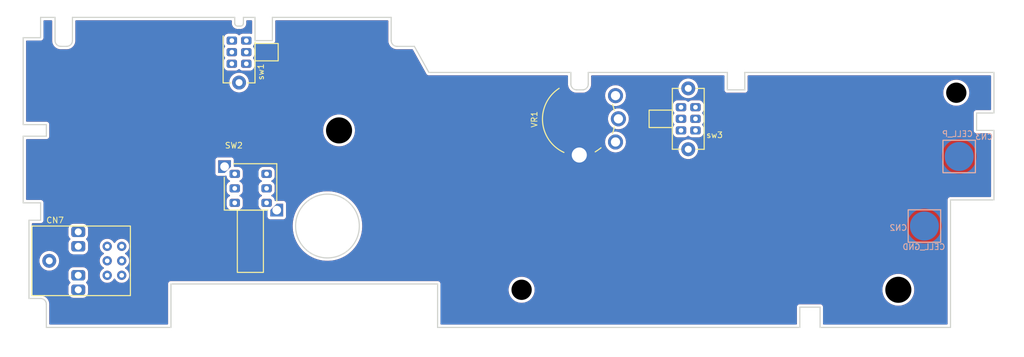
<source format=kicad_pcb>
(kicad_pcb (version 20211014) (generator pcbnew)
  (layers (0 "F.Cu" signal) (31 "B.Cu" signal) (36 "B.SilkS" user "B.Silkscreen") (37 "F.SilkS" user "F.Silkscreen") (38 "B.Mask" user) (39 "F.Mask" user) (44 "Edge.Cuts" user))
  (net 0 "")
  (net 1 "GND")
  (footprint "27MHz_Libraly:icb33h_NPTH_4.5_1" (layer "F.Cu") (at 105.5 76)
    (fp_text reference "REF**" hide)
    (fp_text value "NPTH_4.5_1")
    (pad "" np_thru_hole circle (at 0 0) (size 4.5 4.5) (drill 4.5) (layers *.Mask))
  )
  (footprint "27MHz_Libraly:icb33h_NPTH_4.5_2" (layer "F.Cu") (at 202 103.5)
    (fp_text reference "REF**" hide)
    (fp_text value "NPTH_4.5_2")
    (pad "" np_thru_hole circle (at 0 0) (size 4.5 4.5) (drill 4.5) (layers *.Mask))
  )
  (footprint "27MHz_Libraly:icb33h_vr_rev2" (layer "F.Cu") (at 153.2 70 -90)
    (fp_text reference "VR1" (at 4.1 14 90 unlocked) (layer "F.SilkS"))
    (fp_text value "icb33h_pw_vr")
    (fp_arc (start 9.799999 8.9) (mid 4.516167 12.582585) (end -1.257632 9.728891) (layer "F.SilkS") (width 0.2))
    (fp_arc (start 9 2.5) (mid 9.364733 2.989687) (end 9.7 3.5) (layer "F.SilkS") (width 0.2))
    (fp_arc (start 1.5 0.5) (mid 2.03569 0.340632) (end 2.577318 0.20279) (layer "F.SilkS") (width 0.2))
    (fp_arc (start 5.4 0.2) (mid 5.954223 0.334517) (end 6.5 0.5) (layer "F.SilkS") (width 0.2))
    (pad "1" thru_hole circle (at 0 0 270) (size 2.6 2.6) (drill 1.6) (layers *.Cu *.Mask))
    (pad "2" thru_hole circle (at 4 -0.5 270) (size 2.6 2.6) (drill 1.6) (layers *.Cu *.Mask))
    (pad "3" thru_hole circle (at 8 0 270) (size 2.6 2.6) (drill 1.6) (layers *.Cu *.Mask))
    (pad "5" thru_hole roundrect (at 10.25 6.25 270) (size 3.2 4.4) (drill 2.6) (layers *.Cu *.Mask) (net 1 "GND"))
  )
  (footprint "27MHz_Libraly:icb33h_sw_2" (layer "F.Cu") (at 87 62.5 90)
    (fp_text reference "sw1" (at -3.4 5 90 unlocked) (layer "F.SilkS"))
    (fp_text value "icb33h_ch_sw")
    (fp_line (start -5.3 -0.2) (end -5.3 -1.5) (layer "F.SilkS") (width 0.2))
    (fp_line (start 2.8 -1.5) (end -5.3 -1.5) (layer "F.SilkS") (width 0.2))
    (fp_line (start -5.3 2.7) (end -5.3 4) (layer "F.SilkS") (width 0.2))
    (fp_line (start 1.7 4) (end -5.3 4) (layer "F.SilkS") (width 0.2))
    (fp_rect (start -1.5 4) (end 1.5 8) (layer "F.SilkS") (width 0.2) (fill none))
    (pad "1" thru_hole roundrect (at -2 0 90) (size 1.4 1.8) (drill 0.8) (layers *.Cu *.Mask))
    (pad "2" thru_hole roundrect (at 0 0 90) (size 1.4 1.8) (drill 0.8) (layers *.Cu *.Mask))
    (pad "3" thru_hole roundrect (at 2 0 90) (size 1.4 1.8) (drill 0.8) (layers *.Cu *.Mask))
    (pad "4" thru_hole roundrect (at -2 2.5 90) (size 1.4 1.8) (drill 0.8) (layers *.Cu *.Mask))
    (pad "5" thru_hole roundrect (at 0 2.5 90) (size 1.4 1.8) (drill 0.8) (layers *.Cu *.Mask))
    (pad "6" thru_hole roundrect (at 2 2.5 90) (size 1.4 1.8) (drill 0.8) (layers *.Cu *.Mask))
    (pad "7" thru_hole circle (at -5.25 1.25 90) (size 2.4 2.4) (drill 1.2) (layers *.Cu *.Mask))
  )
  (footprint "27MHz_Libraly:icb33h_NPTH_3.5_2" (layer "F.Cu") (at 212 69.5)
    (fp_text reference "REF**" hide)
    (fp_text value "NPTH_3.5_2")
    (pad "" np_thru_hole circle (at 0 0) (size 3.5 3.5) (drill 3.5) (layers *.Mask))
  )
  (footprint "27MHz_Libraly:icb33h_ptt_sw_rev2" (layer "F.Cu") (at 93 88.5)
    (fp_text reference "SW2" (at -5.65 -9.9 unlocked) (layer "F.SilkS"))
    (fp_text value "icb33h_ptt_sw2")
    (fp_line (start 1.753609 -6.75) (end 1.753609 -0.3) (layer "F.SilkS") (width 0.2))
    (fp_line (start -7.3 -4.4) (end -7.3 1.2) (layer "F.SilkS") (width 0.2))
    (fp_line (start -7.3 1.25) (end 0.20462 1.25) (layer "F.SilkS") (width 0.2))
    (fp_line (start -5.7 -6.75) (end 1.753609 -6.75) (layer "F.SilkS") (width 0.2))
    (fp_rect (start -5.05 1.25) (end -0.55 12) (layer "F.SilkS") (width 0.2) (fill none))
    (pad "1" thru_hole roundrect (at -5.5 -5 270) (size 1.4 1.8) (drill 0.8) (layers *.Cu *.Mask))
    (pad "2" thru_hole roundrect (at -5.5 -2.5 270) (size 1.4 1.8) (drill 0.8) (layers *.Cu *.Mask))
    (pad "3" thru_hole roundrect (at -5.5 0 270) (size 1.4 1.8) (drill 0.8) (layers *.Cu *.Mask))
    (pad "4" thru_hole roundrect (at 0 -5 270) (size 1.4 1.8) (drill 0.8) (layers *.Cu *.Mask))
    (pad "5" thru_hole roundrect (at 0 -2.5 270) (size 1.4 1.8) (drill 0.8) (layers *.Cu *.Mask))
    (pad "6" thru_hole roundrect (at 0 0 270) (size 1.4 1.8) (drill 0.8) (layers *.Cu *.Mask))
    (pad "7" thru_hole roundrect (at -7.25 -6.25 270) (size 2.2 2.2) (drill 1.5) (layers *.Cu *.Mask) (roundrect_rratio 0) (chamfer_ratio 0.5) (chamfer top_right))
    (pad "8" thru_hole roundrect (at 1.75 1.25 270) (size 2.2 2.2) (drill 1.5) (layers *.Cu *.Mask) (roundrect_rratio 0) (chamfer_ratio 0.5) (chamfer bottom_left))
  )
  (footprint "27MHz_Libraly:icb33h_NPTH_3.5_1" (layer "F.Cu") (at 137 103.5)
    (fp_text reference "REF**" hide)
    (fp_text value "NPTH_3.5_1")
    (pad "" np_thru_hole circle (at 0 0) (size 3.5 3.5) (drill 3.5) (layers *.Mask))
  )
  (footprint "27MHz_Libraly:icb33h_sw" (layer "F.Cu") (at 167 74 -90)
    (fp_text reference "sw3" (at 2.8 -3.3 unlocked) (layer "F.SilkS"))
    (fp_text value "icb33h_pw_sw")
    (fp_line (start -5.244271 -1.503094) (end 5.259741 -1.499237) (layer "F.SilkS") (width 0.2))
    (fp_line (start 5.244271 2.596409) (end 5.244271 3.996409) (layer "F.SilkS") (width 0.2))
    (fp_line (start 5.259741 -1.499237) (end 5.259741 -0.168831) (layer "F.SilkS") (width 0.2))
    (fp_line (start -5.244271 -0.103094) (end -5.244271 -1.503094) (layer "F.SilkS") (width 0.2))
    (fp_line (start 5.244271 3.996409) (end -5.244271 3.992551) (layer "F.SilkS") (width 0.2))
    (fp_line (start -5.244271 3.992551) (end -5.244271 2.646676) (layer "F.SilkS") (width 0.2))
    (fp_rect (start -1.5 4) (end 1.5 8) (layer "F.SilkS") (width 0.2) (fill none))
    (pad "1" thru_hole roundrect (at -2 0 270) (size 1.4 1.8) (drill 0.8) (layers *.Cu *.Mask))
    (pad "2" thru_hole roundrect (at 0 0 270) (size 1.4 1.8) (drill 0.8) (layers *.Cu *.Mask))
    (pad "3" thru_hole roundrect (at 2 0 270) (size 1.4 1.8) (drill 0.8) (layers *.Cu *.Mask))
    (pad "4" thru_hole roundrect (at -2 2.5 270) (size 1.4 1.8) (drill 0.8) (layers *.Cu *.Mask))
    (pad "5" thru_hole roundrect (at 0 2.5 270) (size 1.4 1.8) (drill 0.8) (layers *.Cu *.Mask))
    (pad "6" thru_hole roundrect (at 2 2.5 270) (size 1.4 1.8) (drill 0.8) (layers *.Cu *.Mask))
    (pad "7" thru_hole circle (at -5.25 1.25 270) (size 2.4 2.4) (drill 1.2) (layers *.Cu *.Mask))
    (pad "8" thru_hole circle (at 5.25 1.25 270) (size 2.4 2.4) (drill 1.2) (layers *.Cu *.Mask))
  )
  (footprint "27MHz_Libraly:icb33h_ph" (layer "F.Cu") (at 68 101)
    (fp_text reference "CN7" (at -11.5 -9.5 unlocked) (layer "F.SilkS"))
    (fp_text value "icb33h_ph2")
    (fp_rect (start -15.5 -8.5) (end 1.5 3.5) (layer "F.SilkS") (width 0.2) (fill none))
    (pad "1" thru_hole circle (at -2.5 -5 270) (size 1.6 1.6) (drill 0.8) (layers *.Cu *.Mask))
    (pad "2" thru_hole circle (at -2.5 -2.5 270) (size 1.6 1.6) (drill 0.8) (layers *.Cu *.Mask))
    (pad "3" thru_hole circle (at -2.5 0 270) (size 1.6 1.6) (drill 0.8) (layers *.Cu *.Mask))
    (pad "4" thru_hole circle (at 0 -5 270) (size 1.6 1.6) (drill 0.8) (layers *.Cu *.Mask))
    (pad "5" thru_hole circle (at 0 -2.5 270) (size 1.6 1.6) (drill 0.8) (layers *.Cu *.Mask))
    (pad "6" thru_hole circle (at 0 0 270) (size 1.6 1.6) (drill 0.8) (layers *.Cu *.Mask))
    (pad "7" thru_hole roundrect (at -7.5 -7.5 270) (size 1.8 2.4) (drill 1.2) (layers *.Cu *.Mask))
    (pad "8" thru_hole roundrect (at -7.5 -5 270) (size 1.8 2.4) (drill 1.2) (layers *.Cu *.Mask))
    (pad "9" thru_hole roundrect (at -7.5 0 270) (size 1.8 2.4) (drill 1.2) (layers *.Cu *.Mask))
    (pad "10" thru_hole roundrect (at -7.5 2.5 270) (size 1.8 2.4) (drill 1.2) (layers *.Cu *.Mask))
    (pad "11" thru_hole circle (at -12.5 -2.5 270) (size 2.4 2.4) (drill 1.2) (layers *.Cu *.Mask))
  )
  (footprint "27MHz_Libraly:icb33h_CELL_GND" (layer "B.Cu") (at 206.5 92.5 180)
    (fp_text reference "CN2" (at 4.5 -0.3 unlocked) (layer "B.SilkS") (effects (justify mirror)))
    (fp_text value "icb33h_CELL_GND")
    (fp_text user "CELL_GND" (at 0.1 -3.6 unlocked) (layer "B.SilkS") (effects (justify mirror)))
    (fp_rect (start -2.8 2.8) (end 2.8 -2.8) (layer "B.SilkS") (width 0.2) (fill none))
    (pad "1" smd circle (at 0 0 180) (size 5 5) (layers "B.Cu" "B.Paste" "B.Mask"))
  )
  (footprint "27MHz_Libraly:icb33h_CELL_P" (layer "B.Cu") (at 212.5 80.5 180)
    (fp_text reference "CN3" (at -4.3 3.4 unlocked) (layer "B.SilkS") (effects (justify mirror)))
    (fp_text value "icb33h_CELL_P")
    (fp_text user "CELL_P" (at 0.3 3.9 unlocked) (layer "B.SilkS") (effects (justify mirror)))
    (fp_rect (start -2.8 2.8) (end 2.8 -2.8) (layer "B.SilkS") (width 0.2) (fill none))
    (pad "1" smd circle (at 0 0 180) (size 5 5) (layers "B.Cu" "B.Paste" "B.Mask"))
  )
  (gr_line (start 87.5 56.5) (end 59.5 56.5) (layer "Edge.Cuts") (width 0.2))
  (gr_line (start 211 88) (end 218.5 88) (layer "Edge.Cuts") (width 0.2))
  (gr_line (start 57.5 61.5) (end 58.5 61.5) (layer "Edge.Cuts") (width 0.2))
  (gr_line (start 148.5 68) (end 148.5 66) (layer "Edge.Cuts") (width 0.2))
  (gr_line (start 94 60.5) (end 91 60.5) (layer "Edge.Cuts") (width 0.2))
  (gr_line (start 188.5 110) (end 211 110) (layer "Edge.Cuts") (width 0.2))
  (gr_line (start 121 66) (end 118.5 61.5) (layer "Edge.Cuts") (width 0.2))
  (gr_line (start 76.5 110) (end 76.5 102.5) (layer "Edge.Cuts") (width 0.2))
  (gr_arc (start 115.5 61.5) (mid 114.792893 61.207107) (end 114.5 60.5) (layer "Edge.Cuts") (width 0.2))
  (gr_line (start 218.5 76) (end 215.5 76) (layer "Edge.Cuts") (width 0.2))
  (gr_line (start 59.5 56.5) (end 59.5 60.5) (layer "Edge.Cuts") (width 0.2))
  (gr_line (start 55 106) (end 55 110) (layer "Edge.Cuts") (width 0.2))
  (gr_line (start 172.5 66) (end 149.5 66) (layer "Edge.Cuts") (width 0.2))
  (gr_line (start 175.5 69) (end 172.5 69) (layer "Edge.Cuts") (width 0.2))
  (gr_line (start 148.5 66) (end 149.5 66) (layer "Edge.Cuts") (width 0.2))
  (gr_arc (start 54 105) (mid 54.707107 105.292893) (end 55 106) (layer "Edge.Cuts") (width 0.2))
  (gr_line (start 175.5 66) (end 175.5 69) (layer "Edge.Cuts") (width 0.2))
  (gr_line (start 114.5 60.5) (end 114.5 56.5) (layer "Edge.Cuts") (width 0.2))
  (gr_circle (center 103.5 92.5) (end 103.5 98) (layer "Edge.Cuts") (width 0.2) (fill none))
  (gr_line (start 114.5 56.5) (end 94 56.5) (layer "Edge.Cuts") (width 0.2))
  (gr_line (start 145.5 66) (end 121 66) (layer "Edge.Cuts") (width 0.2))
  (gr_arc (start 88 58) (mid 87.646447 57.853553) (end 87.5 57.5) (layer "Edge.Cuts") (width 0.2))
  (gr_line (start 56.5 56.5) (end 54 56.5) (layer "Edge.Cuts") (width 0.2))
  (gr_line (start 56.5 56.5) (end 56.5 60.5) (layer "Edge.Cuts") (width 0.2))
  (gr_line (start 51 75) (end 55 75) (layer "Edge.Cuts") (width 0.2))
  (gr_line (start 215.5 76) (end 215.5 73) (layer "Edge.Cuts") (width 0.2))
  (gr_line (start 218.5 73) (end 218.5 66) (layer "Edge.Cuts") (width 0.2))
  (gr_line (start 51 88.5) (end 54 88.5) (layer "Edge.Cuts") (width 0.2))
  (gr_line (start 188.5 106.5) (end 188.5 110) (layer "Edge.Cuts") (width 0.2))
  (gr_line (start 185 110) (end 185 106.5) (layer "Edge.Cuts") (width 0.2))
  (gr_line (start 218.5 66) (end 175.5 66) (layer "Edge.Cuts") (width 0.2))
  (gr_line (start 122.5 102.5) (end 122.5 110) (layer "Edge.Cuts") (width 0.2))
  (gr_line (start 211 110) (end 211 88) (layer "Edge.Cuts") (width 0.2))
  (gr_line (start 55 110) (end 76.5 110) (layer "Edge.Cuts") (width 0.2))
  (gr_line (start 145.5 66) (end 145.5 68) (layer "Edge.Cuts") (width 0.2))
  (gr_line (start 94 56.5) (end 94 60.5) (layer "Edge.Cuts") (width 0.2))
  (gr_line (start 54 88.5) (end 54 91.5) (layer "Edge.Cuts") (width 0.2))
  (gr_arc (start 89 57.5) (mid 88.853553 57.853553) (end 88.5 58) (layer "Edge.Cuts") (width 0.2))
  (gr_line (start 185 106.5) (end 188.5 106.5) (layer "Edge.Cuts") (width 0.2))
  (gr_line (start 54 91.5) (end 52 91.5) (layer "Edge.Cuts") (width 0.2))
  (gr_line (start 146.5 69) (end 147.6 69) (layer "Edge.Cuts") (width 0.2))
  (gr_line (start 122.5 110) (end 185 110) (layer "Edge.Cuts") (width 0.2))
  (gr_line (start 54 105) (end 52 105) (layer "Edge.Cuts") (width 0.2))
  (gr_line (start 55 77) (end 51 77) (layer "Edge.Cuts") (width 0.2))
  (gr_line (start 87.5 56.5) (end 87.5 57.5) (layer "Edge.Cuts") (width 0.2))
  (gr_line (start 54 56.5) (end 54 60) (layer "Edge.Cuts") (width 0.2))
  (gr_line (start 172.5 69) (end 172.5 66) (layer "Edge.Cuts") (width 0.2))
  (gr_line (start 218.5 88) (end 218.5 76) (layer "Edge.Cuts") (width 0.2))
  (gr_line (start 54 60) (end 51 60) (layer "Edge.Cuts") (width 0.2))
  (gr_line (start 89 56.5) (end 89 57.5) (layer "Edge.Cuts") (width 0.2))
  (gr_line (start 91 60.5) (end 91 56.5) (layer "Edge.Cuts") (width 0.2))
  (gr_line (start 51 60) (end 51 75) (layer "Edge.Cuts") (width 0.2))
  (gr_line (start 51 77) (end 51 88.5) (layer "Edge.Cuts") (width 0.2))
  (gr_line (start 52 91.5) (end 52 105) (layer "Edge.Cuts") (width 0.2))
  (gr_line (start 55 75) (end 55 77) (layer "Edge.Cuts") (width 0.2))
  (gr_line (start 91 56.5) (end 89 56.5) (layer "Edge.Cuts") (width 0.2))
  (gr_arc (start 148.5 68) (mid 148.241868 68.672681) (end 147.6 69) (layer "Edge.Cuts") (width 0.2))
  (gr_arc (start 146.5 69) (mid 145.792893 68.707107) (end 145.5 68) (layer "Edge.Cuts") (width 0.2))
  (gr_line (start 88.5 58) (end 88 58) (layer "Edge.Cuts") (width 0.2))
  (gr_arc (start 59.5 60.5) (mid 59.207107 61.207107) (end 58.5 61.5) (layer "Edge.Cuts") (width 0.2))
  (gr_line (start 115.5 61.5) (end 118.5 61.5) (layer "Edge.Cuts") (width 0.2))
  (gr_arc (start 57.5 61.5) (mid 56.792893 61.207107) (end 56.5 60.5) (layer "Edge.Cuts") (width 0.2))
  (gr_line (start 215.5 73) (end 218.5 73) (layer "Edge.Cuts") (width 0.2))
  (gr_line (start 76.5 102.5) (end 122.5 102.5) (layer "Edge.Cuts") (width 0.2))
  (zone (net 1) (net_name "GND") (layer "F.Cu") (connect_pads yes (clearance 0.5)) (min_thickness 0.254) (fill yes (thermal_gap 0.508) (thermal_bridge_width 0.508))
    (polygon (pts (xy 223.7 112.9) (xy 50.4 112.9) (xy 50.4 55.2) (xy 223.7 55.2)))
  )
  (zone (net 1) (net_name "GND") (layer "B.Cu") (connect_pads yes (clearance 0.5)) (min_thickness 0.254) (fill yes (thermal_gap 0.508) (thermal_bridge_width 0.508))
    (polygon (pts (xy 222.9 115.1) (xy 50.3 115.1) (xy 50.3 55.2) (xy 222.9 55.2)))
  )
)
</source>
